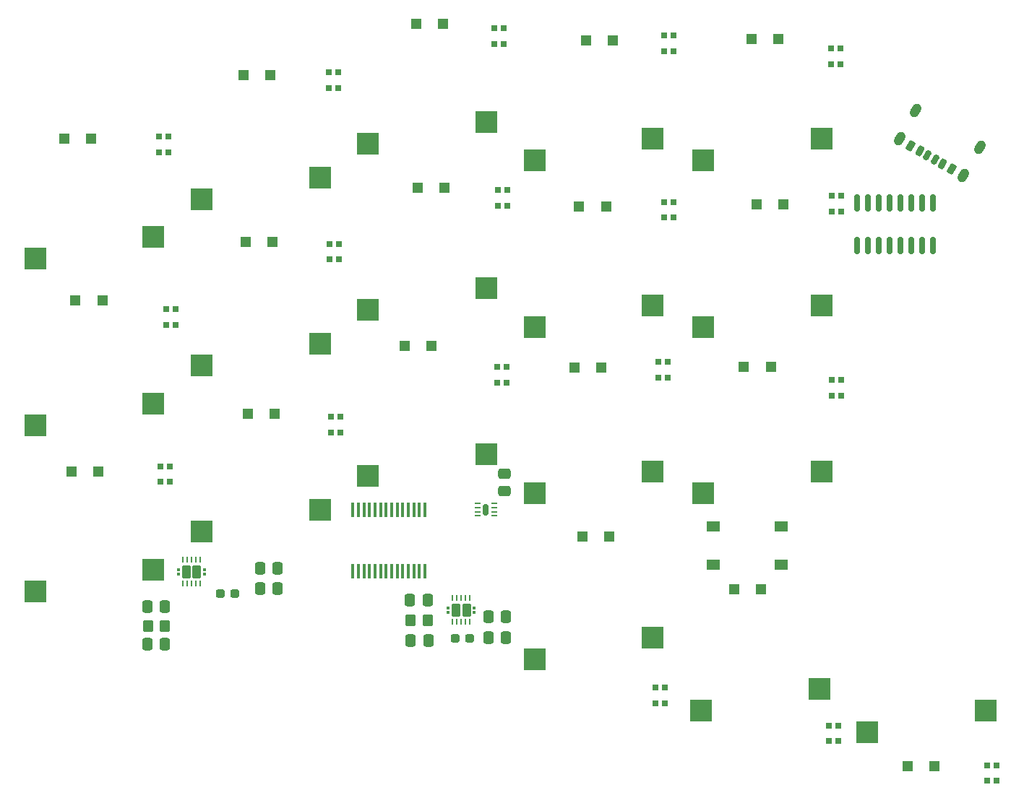
<source format=gbr>
%TF.GenerationSoftware,KiCad,Pcbnew,8.0.2*%
%TF.CreationDate,2025-01-19T21:46:12+07:00*%
%TF.ProjectId,sudi-keyboard,73756469-2d6b-4657-9962-6f6172642e6b,1*%
%TF.SameCoordinates,Original*%
%TF.FileFunction,Paste,Bot*%
%TF.FilePolarity,Positive*%
%FSLAX46Y46*%
G04 Gerber Fmt 4.6, Leading zero omitted, Abs format (unit mm)*
G04 Created by KiCad (PCBNEW 8.0.2) date 2025-01-19 21:46:12*
%MOMM*%
%LPD*%
G01*
G04 APERTURE LIST*
G04 Aperture macros list*
%AMRoundRect*
0 Rectangle with rounded corners*
0 $1 Rounding radius*
0 $2 $3 $4 $5 $6 $7 $8 $9 X,Y pos of 4 corners*
0 Add a 4 corners polygon primitive as box body*
4,1,4,$2,$3,$4,$5,$6,$7,$8,$9,$2,$3,0*
0 Add four circle primitives for the rounded corners*
1,1,$1+$1,$2,$3*
1,1,$1+$1,$4,$5*
1,1,$1+$1,$6,$7*
1,1,$1+$1,$8,$9*
0 Add four rect primitives between the rounded corners*
20,1,$1+$1,$2,$3,$4,$5,0*
20,1,$1+$1,$4,$5,$6,$7,0*
20,1,$1+$1,$6,$7,$8,$9,0*
20,1,$1+$1,$8,$9,$2,$3,0*%
%AMHorizOval*
0 Thick line with rounded ends*
0 $1 width*
0 $2 $3 position (X,Y) of the first rounded end (center of the circle)*
0 $4 $5 position (X,Y) of the second rounded end (center of the circle)*
0 Add line between two ends*
20,1,$1,$2,$3,$4,$5,0*
0 Add two circle primitives to create the rounded ends*
1,1,$1,$2,$3*
1,1,$1,$4,$5*%
G04 Aperture macros list end*
%ADD10R,2.550000X2.500000*%
%ADD11R,0.700000X0.700000*%
%ADD12R,1.200000X1.200000*%
%ADD13RoundRect,0.250000X0.337500X0.475000X-0.337500X0.475000X-0.337500X-0.475000X0.337500X-0.475000X0*%
%ADD14RoundRect,0.150000X-0.150000X0.825000X-0.150000X-0.825000X0.150000X-0.825000X0.150000X0.825000X0*%
%ADD15R,1.550000X1.300000*%
%ADD16RoundRect,0.250000X0.475000X-0.337500X0.475000X0.337500X-0.475000X0.337500X-0.475000X-0.337500X0*%
%ADD17RoundRect,0.025000X0.145000X-0.100000X0.145000X0.100000X-0.145000X0.100000X-0.145000X-0.100000X0*%
%ADD18RoundRect,0.106000X0.424000X-0.644000X0.424000X0.644000X-0.424000X0.644000X-0.424000X-0.644000X0*%
%ADD19RoundRect,0.060000X0.060000X-0.240000X0.060000X0.240000X-0.060000X0.240000X-0.060000X-0.240000X0*%
%ADD20RoundRect,0.237500X0.287500X0.237500X-0.287500X0.237500X-0.287500X-0.237500X0.287500X-0.237500X0*%
%ADD21RoundRect,0.250000X0.350000X0.450000X-0.350000X0.450000X-0.350000X-0.450000X0.350000X-0.450000X0*%
%ADD22R,0.450000X1.750000*%
%ADD23RoundRect,0.175000X-0.364054X-0.280561X-0.060946X-0.455561X0.364054X0.280561X0.060946X0.455561X0*%
%ADD24RoundRect,0.190000X0.369545X0.260070X0.040455X0.450070X-0.369545X-0.260070X-0.040455X-0.450070X0*%
%ADD25RoundRect,0.200000X0.373205X0.246410X0.026795X0.446410X-0.373205X-0.246410X-0.026795X-0.446410X0*%
%ADD26RoundRect,0.175000X0.364054X0.280561X0.060946X0.455561X-0.364054X-0.280561X-0.060946X-0.455561X0*%
%ADD27RoundRect,0.190000X-0.369545X-0.260070X-0.040455X-0.450070X0.369545X0.260070X0.040455X0.450070X0*%
%ADD28RoundRect,0.200000X-0.373205X-0.246410X-0.026795X-0.446410X0.373205X0.246410X0.026795X0.446410X0*%
%ADD29HorizOval,1.100000X-0.150000X-0.259808X0.150000X0.259808X0*%
%ADD30RoundRect,0.160000X0.160000X0.485000X-0.160000X0.485000X-0.160000X-0.485000X0.160000X-0.485000X0*%
%ADD31RoundRect,0.062500X0.287500X0.062500X-0.287500X0.062500X-0.287500X-0.062500X0.287500X-0.062500X0*%
G04 APERTURE END LIST*
D10*
%TO.C,K16*%
X174800000Y-127190000D03*
X188650000Y-124650000D03*
%TD*%
D11*
%TO.C,D17*%
X132049723Y-106366144D03*
X130949725Y-106366145D03*
X130949723Y-104536144D03*
X132049724Y-104536145D03*
%TD*%
D12*
%TO.C,D26*%
X200225000Y-54450000D03*
X203375000Y-54450000D03*
%TD*%
D10*
%TO.C,K9*%
X155300000Y-105690000D03*
X169150000Y-103150000D03*
%TD*%
D11*
%TO.C,D18*%
X171549723Y-94716144D03*
X170449725Y-94716145D03*
X170449723Y-92886144D03*
X171549724Y-92886145D03*
%TD*%
D10*
%TO.C,K8*%
X155300000Y-86190000D03*
X169150000Y-83650000D03*
%TD*%
%TO.C,K18*%
X213800000Y-135690000D03*
X227650000Y-133150000D03*
%TD*%
%TO.C,K12*%
X174800000Y-107690000D03*
X188650000Y-105150000D03*
%TD*%
%TO.C,K14*%
X194550000Y-88190000D03*
X208400000Y-85650000D03*
%TD*%
D12*
%TO.C,D33*%
X180375000Y-112750000D03*
X183525000Y-112750000D03*
%TD*%
D11*
%TO.C,D25*%
X190049723Y-132316145D03*
X188949725Y-132316145D03*
X188949724Y-130486144D03*
X190049724Y-130486145D03*
%TD*%
D10*
%TO.C,K7*%
X155300000Y-66690000D03*
X169150000Y-64150000D03*
%TD*%
D12*
%TO.C,D2*%
X121015000Y-85110000D03*
X124165000Y-85110000D03*
%TD*%
D10*
%TO.C,K6*%
X135800000Y-112190000D03*
X149650000Y-109650000D03*
%TD*%
%TO.C,K5*%
X135800000Y-92690000D03*
X149650000Y-90150000D03*
%TD*%
D12*
%TO.C,D21*%
X180025000Y-74100000D03*
X183175000Y-74100000D03*
%TD*%
D10*
%TO.C,K2*%
X116300000Y-99690000D03*
X130150000Y-97150000D03*
%TD*%
%TO.C,K10*%
X174800000Y-68690000D03*
X188650000Y-66150000D03*
%TD*%
D11*
%TO.C,D8*%
X131899723Y-67716145D03*
X130799725Y-67716145D03*
X130799724Y-65886144D03*
X131899724Y-65886145D03*
%TD*%
%TO.C,D36*%
X152049723Y-100566145D03*
X150949725Y-100566145D03*
X150949724Y-98736144D03*
X152049724Y-98736145D03*
%TD*%
%TO.C,D29*%
X151899723Y-80266145D03*
X150799725Y-80266145D03*
X150799724Y-78436144D03*
X151899724Y-78436145D03*
%TD*%
%TO.C,D31*%
X210349723Y-136766145D03*
X209249725Y-136766145D03*
X209249724Y-134936144D03*
X210349724Y-134936145D03*
%TD*%
D10*
%TO.C,K13*%
X194550000Y-68690000D03*
X208400000Y-66150000D03*
%TD*%
D12*
%TO.C,D34*%
X198175000Y-118950000D03*
X201325000Y-118950000D03*
%TD*%
D10*
%TO.C,K3*%
X116300000Y-119190000D03*
X130150000Y-116650000D03*
%TD*%
%TO.C,K15*%
X194550000Y-107690000D03*
X208400000Y-105150000D03*
%TD*%
D12*
%TO.C,D14*%
X160925000Y-52650000D03*
X164075000Y-52650000D03*
%TD*%
%TO.C,D7*%
X141175000Y-98400000D03*
X144325000Y-98400000D03*
%TD*%
D11*
%TO.C,D9*%
X171199723Y-55016145D03*
X170099725Y-55016145D03*
X170099724Y-53186144D03*
X171199724Y-53186145D03*
%TD*%
D12*
%TO.C,D1*%
X119675000Y-66150000D03*
X122825000Y-66150000D03*
%TD*%
%TO.C,D20*%
X180825000Y-54600000D03*
X183975000Y-54600000D03*
%TD*%
D11*
%TO.C,D38*%
X228949723Y-141416145D03*
X227849725Y-141416145D03*
X227849724Y-139586144D03*
X228949724Y-139586145D03*
%TD*%
D10*
%TO.C,K17*%
X194300000Y-133190000D03*
X208150000Y-130650000D03*
%TD*%
D12*
%TO.C,D15*%
X161075000Y-71900000D03*
X164225000Y-71900000D03*
%TD*%
D11*
%TO.C,D10*%
X210599723Y-57366144D03*
X209499725Y-57366145D03*
X209499723Y-55536144D03*
X210599724Y-55536145D03*
%TD*%
%TO.C,D24*%
X191049723Y-55866145D03*
X189949725Y-55866145D03*
X189949724Y-54036144D03*
X191049724Y-54036145D03*
%TD*%
D12*
%TO.C,D5*%
X140725000Y-58650000D03*
X143875000Y-58650000D03*
%TD*%
D11*
%TO.C,D19*%
X210699723Y-96216145D03*
X209599725Y-96216145D03*
X209599724Y-94386144D03*
X210699724Y-94386145D03*
%TD*%
D10*
%TO.C,K4*%
X135800000Y-73190000D03*
X149650000Y-70650000D03*
%TD*%
D11*
%TO.C,D30*%
X191099723Y-75366145D03*
X189999725Y-75366145D03*
X189999724Y-73536144D03*
X191099724Y-73536145D03*
%TD*%
D12*
%TO.C,D27*%
X200825000Y-73850000D03*
X203975000Y-73850000D03*
%TD*%
D11*
%TO.C,D23*%
X151749723Y-60166144D03*
X150649725Y-60166145D03*
X150649723Y-58336144D03*
X151749724Y-58336145D03*
%TD*%
D12*
%TO.C,D3*%
X120515000Y-105110000D03*
X123665000Y-105110000D03*
%TD*%
D11*
%TO.C,D13*%
X210749723Y-74666145D03*
X209649725Y-74666145D03*
X209649724Y-72836144D03*
X210749724Y-72836145D03*
%TD*%
D12*
%TO.C,D16*%
X159575000Y-90450000D03*
X162725000Y-90450000D03*
%TD*%
D10*
%TO.C,K11*%
X174800000Y-88190000D03*
X188650000Y-85650000D03*
%TD*%
%TO.C,K1*%
X116300000Y-80190000D03*
X130150000Y-77650000D03*
%TD*%
D12*
%TO.C,D35*%
X218525000Y-139650000D03*
X221675000Y-139650000D03*
%TD*%
D11*
%TO.C,D37*%
X190399723Y-94116145D03*
X189299725Y-94116145D03*
X189299724Y-92286144D03*
X190399724Y-92286145D03*
%TD*%
%TO.C,D12*%
X171599723Y-73966145D03*
X170499725Y-73966145D03*
X170499724Y-72136144D03*
X171599724Y-72136145D03*
%TD*%
D12*
%TO.C,D22*%
X179475000Y-92960000D03*
X182625000Y-92960000D03*
%TD*%
D13*
%TO.C,C17*%
X144687500Y-118890000D03*
X142612500Y-118890000D03*
%TD*%
D14*
%TO.C,U4*%
X212605000Y-73675000D03*
X213875001Y-73674998D03*
X215144998Y-73675002D03*
X216415000Y-73675000D03*
X217685000Y-73675000D03*
X218955001Y-73675000D03*
X220225001Y-73674999D03*
X221495000Y-73675000D03*
X221495000Y-78625000D03*
X220224999Y-78625002D03*
X218955002Y-78624998D03*
X217685000Y-78625000D03*
X216415000Y-78625000D03*
X215144999Y-78625000D03*
X213874999Y-78625001D03*
X212605000Y-78625000D03*
%TD*%
D15*
%TO.C,SW1*%
X195775000Y-116100000D03*
X203725000Y-116100000D03*
X195775000Y-111600000D03*
X203725000Y-111600000D03*
%TD*%
D16*
%TO.C,C56*%
X171300000Y-107437500D03*
X171300000Y-105362500D03*
%TD*%
D11*
%TO.C,D11*%
X132743871Y-87961529D03*
X131643873Y-87961531D03*
X131643875Y-86131531D03*
X132743873Y-86131529D03*
%TD*%
D13*
%TO.C,C13*%
X171437500Y-124650000D03*
X169362500Y-124650000D03*
%TD*%
%TO.C,C14*%
X131487500Y-125400001D03*
X129412500Y-125400001D03*
%TD*%
D12*
%TO.C,D28*%
X199325000Y-92850000D03*
X202475000Y-92850000D03*
%TD*%
D17*
%TO.C,U6*%
X164669999Y-121639999D03*
X167730000Y-121639998D03*
D18*
X165570000Y-121389999D03*
X166830000Y-121389999D03*
D17*
X164670000Y-121140000D03*
X167730001Y-121139999D03*
D19*
X167200000Y-122789999D03*
X166700003Y-122789999D03*
X166200000Y-122789999D03*
X165699997Y-122789999D03*
X165200000Y-122789999D03*
X165200000Y-119989999D03*
X165699997Y-119989999D03*
X166200000Y-119989999D03*
X166700003Y-119989999D03*
X167200000Y-119989999D03*
%TD*%
D20*
%TO.C,L1*%
X167225000Y-124689999D03*
X165475000Y-124689999D03*
%TD*%
D21*
%TO.C,R16*%
X131500000Y-123250000D03*
X129500000Y-123250000D03*
%TD*%
D13*
%TO.C,C11*%
X162287501Y-120250000D03*
X160212501Y-120250000D03*
%TD*%
%TO.C,C12*%
X171437500Y-122200001D03*
X169362500Y-122200001D03*
%TD*%
%TO.C,C16*%
X144707499Y-116500000D03*
X142632499Y-116500000D03*
%TD*%
%TO.C,C15*%
X131487500Y-121000000D03*
X129412500Y-121000000D03*
%TD*%
D21*
%TO.C,R13*%
X162282380Y-122584947D03*
X160282380Y-122584947D03*
%TD*%
D22*
%TO.C,U8*%
X153515001Y-109660000D03*
X154165001Y-109660000D03*
X154815000Y-109660001D03*
X155465000Y-109659999D03*
X156115000Y-109659999D03*
X156765000Y-109660000D03*
X157415000Y-109660000D03*
X158065000Y-109660000D03*
X158715001Y-109660000D03*
X159365000Y-109660000D03*
X160015000Y-109660001D03*
X160664999Y-109659999D03*
X161315001Y-109660001D03*
X161965000Y-109660001D03*
X161964999Y-116860000D03*
X161314999Y-116860000D03*
X160665000Y-116859999D03*
X160015000Y-116860001D03*
X159365000Y-116860001D03*
X158715000Y-116860000D03*
X158065000Y-116860000D03*
X157415000Y-116860000D03*
X156764999Y-116860000D03*
X156115000Y-116860000D03*
X155465000Y-116859999D03*
X154815001Y-116860001D03*
X154164999Y-116859999D03*
X153515000Y-116859999D03*
%TD*%
D12*
%TO.C,D6*%
X140975000Y-78200000D03*
X144125000Y-78200000D03*
%TD*%
D17*
%TO.C,U9*%
X136130001Y-117150000D03*
X133070000Y-117149999D03*
D18*
X133970000Y-116900000D03*
X135230000Y-116900000D03*
D17*
X136130000Y-116650001D03*
X133069999Y-116650000D03*
D19*
X135600000Y-118300000D03*
X135100000Y-118300000D03*
X134600000Y-118300000D03*
X134099999Y-118300000D03*
X133600000Y-118300000D03*
X133600000Y-115500000D03*
X134100000Y-115500000D03*
X134600000Y-115500000D03*
X135100001Y-115500000D03*
X135600000Y-115500000D03*
%TD*%
D23*
%TO.C,J5*%
X220829488Y-68082504D03*
D24*
X222578860Y-69092504D03*
D25*
X223644069Y-69707504D03*
D26*
X221695513Y-68582505D03*
D27*
X219946141Y-67572503D03*
D28*
X218880930Y-66957505D03*
D29*
X219461270Y-62812323D03*
X217561269Y-66103222D03*
X226943731Y-67132324D03*
X225043730Y-70423223D03*
%TD*%
D30*
%TO.C,U10*%
X169100000Y-109600000D03*
D31*
X170100000Y-108850000D03*
X170100000Y-109350000D03*
X170100000Y-109850000D03*
X170100000Y-110350000D03*
X168100000Y-110350000D03*
X168100000Y-109850000D03*
X168100000Y-109350000D03*
X168100000Y-108850000D03*
%TD*%
D13*
%TO.C,C4*%
X162337500Y-124950000D03*
X160262500Y-124950000D03*
%TD*%
D20*
%TO.C,L2*%
X139725000Y-119450000D03*
X137975000Y-119450000D03*
%TD*%
M02*

</source>
